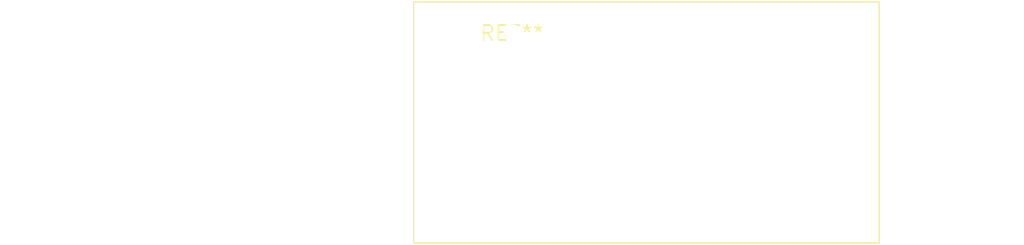
<source format=kicad_pcb>
(kicad_pcb (version 20240108) (generator pcbnew)
  (layers (0 "F.Cu" signal) (31 "B.Cu" signal) (34 "B.Paste" user) (35 "F.Paste" user) (36 "B.SilkS" user "B.Silkscreen") (37 "F.SilkS" user "F.Silkscreen") (38 "B.Mask" user) (39 "F.Mask" user) (44 "Edge.Cuts" user))
  (net 0 "")
  (footprint "L_CommonMode_Toroid_Vertical_L39.4mm_W20.3mm_Px15.24mm_Py22.86mm_Bourns_8100" (layer "F.Cu") (at 0 0)
    (property "Reference" "REF**")
    (property "Value" "L_CommonMode_Toroid_Vertical_L39.4mm_W20.3mm_Px15.24mm_Py22.86mm_Bourns_8100")
    (fp_line (start -8.375 -2.66) (end -8.375 17.9) (layer "F.SilkS") (stroke (width 0.12)))
    (fp_line (start -8.375 -2.66) (end 31.235 -2.66) (layer "F.SilkS") (stroke (width 0.12)))
    (fp_line (start -8.375 17.9) (end 31.235 17.9) (layer "F.SilkS") (stroke (width 0.12)))
    (fp_line (start 31.235 -2.66) (end 31.235 17.9) (layer "F.SilkS") (stroke (width 0.12)))
    (pad "1" thru_hole rect (at 0 0) (size 3 3) (drill 1.5) (layers *.Cu *.Mask) (remove_unused_layers))
    (pad "2" thru_hole circle (at 0 15.24) (size 3 3) (drill 1.5) (layers *.Cu *.Mask) (remove_unused_layers))
    (pad "3" thru_hole circle (at 22.86 15.24) (size 3 3) (drill 1.5) (layers *.Cu *.Mask) (remove_unused_layers))
    (pad "4" thru_hole circle (at 22.86 0) (size 3 3) (drill 1.5) (layers *.Cu *.Mask) (remove_unused_layers))
  )
)
</source>
